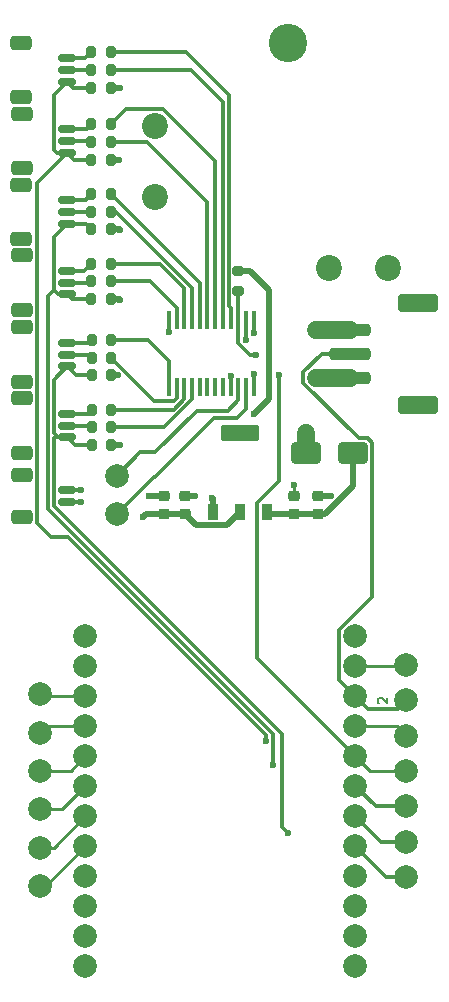
<source format=gbr>
%TF.GenerationSoftware,KiCad,Pcbnew,9.0.4*%
%TF.CreationDate,2025-08-31T21:44:58-07:00*%
%TF.ProjectId,motion-play-v4,6d6f7469-6f6e-42d7-906c-61792d76342e,rev?*%
%TF.SameCoordinates,Original*%
%TF.FileFunction,Copper,L1,Top*%
%TF.FilePolarity,Positive*%
%FSLAX46Y46*%
G04 Gerber Fmt 4.6, Leading zero omitted, Abs format (unit mm)*
G04 Created by KiCad (PCBNEW 9.0.4) date 2025-08-31 21:44:58*
%MOMM*%
%LPD*%
G01*
G04 APERTURE LIST*
G04 Aperture macros list*
%AMRoundRect*
0 Rectangle with rounded corners*
0 $1 Rounding radius*
0 $2 $3 $4 $5 $6 $7 $8 $9 X,Y pos of 4 corners*
0 Add a 4 corners polygon primitive as box body*
4,1,4,$2,$3,$4,$5,$6,$7,$8,$9,$2,$3,0*
0 Add four circle primitives for the rounded corners*
1,1,$1+$1,$2,$3*
1,1,$1+$1,$4,$5*
1,1,$1+$1,$6,$7*
1,1,$1+$1,$8,$9*
0 Add four rect primitives between the rounded corners*
20,1,$1+$1,$2,$3,$4,$5,0*
20,1,$1+$1,$4,$5,$6,$7,0*
20,1,$1+$1,$6,$7,$8,$9,0*
20,1,$1+$1,$8,$9,$2,$3,0*%
G04 Aperture macros list end*
%ADD10C,0.150000*%
%TA.AperFunction,NonConductor*%
%ADD11C,0.150000*%
%TD*%
%TA.AperFunction,SMDPad,CuDef*%
%ADD12RoundRect,0.150000X-0.625000X0.150000X-0.625000X-0.150000X0.625000X-0.150000X0.625000X0.150000X0*%
%TD*%
%TA.AperFunction,SMDPad,CuDef*%
%ADD13RoundRect,0.250000X-0.650000X0.350000X-0.650000X-0.350000X0.650000X-0.350000X0.650000X0.350000X0*%
%TD*%
%TA.AperFunction,SMDPad,CuDef*%
%ADD14RoundRect,0.200000X-0.200000X-0.275000X0.200000X-0.275000X0.200000X0.275000X-0.200000X0.275000X0*%
%TD*%
%TA.AperFunction,SMDPad,CuDef*%
%ADD15C,2.000000*%
%TD*%
%TA.AperFunction,SMDPad,CuDef*%
%ADD16RoundRect,0.225000X0.250000X-0.225000X0.250000X0.225000X-0.250000X0.225000X-0.250000X-0.225000X0*%
%TD*%
%TA.AperFunction,SMDPad,CuDef*%
%ADD17RoundRect,0.200000X0.200000X0.275000X-0.200000X0.275000X-0.200000X-0.275000X0.200000X-0.275000X0*%
%TD*%
%TA.AperFunction,ComponentPad*%
%ADD18C,2.000000*%
%TD*%
%TA.AperFunction,SMDPad,CuDef*%
%ADD19RoundRect,0.250000X1.000000X0.650000X-1.000000X0.650000X-1.000000X-0.650000X1.000000X-0.650000X0*%
%TD*%
%TA.AperFunction,SMDPad,CuDef*%
%ADD20RoundRect,0.069750X0.395250X-0.585250X0.395250X0.585250X-0.395250X0.585250X-0.395250X-0.585250X0*%
%TD*%
%TA.AperFunction,SMDPad,CuDef*%
%ADD21RoundRect,0.098250X1.521750X-0.556750X1.521750X0.556750X-1.521750X0.556750X-1.521750X-0.556750X0*%
%TD*%
%TA.AperFunction,SMDPad,CuDef*%
%ADD22RoundRect,0.200000X0.275000X-0.200000X0.275000X0.200000X-0.275000X0.200000X-0.275000X-0.200000X0*%
%TD*%
%TA.AperFunction,WasherPad*%
%ADD23C,3.250000*%
%TD*%
%TA.AperFunction,ComponentPad*%
%ADD24C,2.200000*%
%TD*%
%TA.AperFunction,SMDPad,CuDef*%
%ADD25RoundRect,0.051250X-0.153750X0.733750X-0.153750X-0.733750X0.153750X-0.733750X0.153750X0.733750X0*%
%TD*%
%TA.AperFunction,SMDPad,CuDef*%
%ADD26RoundRect,0.250000X1.500000X-0.250000X1.500000X0.250000X-1.500000X0.250000X-1.500000X-0.250000X0*%
%TD*%
%TA.AperFunction,SMDPad,CuDef*%
%ADD27RoundRect,0.250001X1.449999X-0.499999X1.449999X0.499999X-1.449999X0.499999X-1.449999X-0.499999X0*%
%TD*%
%TA.AperFunction,ViaPad*%
%ADD28C,0.600000*%
%TD*%
%TA.AperFunction,Conductor*%
%ADD29C,0.300000*%
%TD*%
%TA.AperFunction,Conductor*%
%ADD30C,0.500000*%
%TD*%
%TA.AperFunction,Conductor*%
%ADD31C,0.250000*%
%TD*%
%TA.AperFunction,Conductor*%
%ADD32C,1.500000*%
%TD*%
G04 APERTURE END LIST*
D10*
D11*
X166670485Y-117748935D02*
X166632390Y-117710839D01*
X166632390Y-117710839D02*
X166594295Y-117634649D01*
X166594295Y-117634649D02*
X166594295Y-117444173D01*
X166594295Y-117444173D02*
X166632390Y-117367982D01*
X166632390Y-117367982D02*
X166670485Y-117329887D01*
X166670485Y-117329887D02*
X166746676Y-117291792D01*
X166746676Y-117291792D02*
X166822866Y-117291792D01*
X166822866Y-117291792D02*
X166937152Y-117329887D01*
X166937152Y-117329887D02*
X167394295Y-117787030D01*
X167394295Y-117787030D02*
X167394295Y-117291792D01*
D12*
%TO.P,J10,1,Pin_1*%
%TO.N,/+3.3V*%
X140312500Y-99700000D03*
%TO.P,J10,2,Pin_2*%
%TO.N,/GND*%
X140312500Y-100700000D03*
D13*
%TO.P,J10,MP*%
%TO.N,N/C*%
X136437500Y-98400000D03*
X136437500Y-102000000D03*
%TD*%
D14*
%TO.P,R17,1*%
%TO.N,Net-(J7-Pin_2)*%
X142350000Y-82050000D03*
%TO.P,R17,2*%
%TO.N,Net-(U3-SC3)*%
X144000000Y-82050000D03*
%TD*%
%TO.P,R11,1*%
%TO.N,Net-(J4-Pin_2)*%
X142325000Y-64150000D03*
%TO.P,R11,2*%
%TO.N,Net-(U3-SC0)*%
X143975000Y-64150000D03*
%TD*%
%TO.P,R15,1*%
%TO.N,Net-(J6-Pin_2)*%
X142350000Y-76150000D03*
%TO.P,R15,2*%
%TO.N,Net-(U3-SC2)*%
X144000000Y-76150000D03*
%TD*%
D15*
%TO.P,SDA,1,1*%
%TO.N,Net-(U3-SDA)*%
X144500000Y-101750000D03*
%TD*%
D16*
%TO.P,C2,1*%
%TO.N,/+3.3V*%
X148497500Y-101775000D03*
%TO.P,C2,2*%
%TO.N,/GND*%
X148497500Y-100225000D03*
%TD*%
D12*
%TO.P,J4,1,Pin_1*%
%TO.N,Net-(J4-Pin_1)*%
X140287500Y-63150000D03*
%TO.P,J4,2,Pin_2*%
%TO.N,Net-(J4-Pin_2)*%
X140287500Y-64150000D03*
%TO.P,J4,3,Pin_3*%
%TO.N,Net-(J4-Pin_3)*%
X140287500Y-65150000D03*
D13*
%TO.P,J4,MP*%
%TO.N,N/C*%
X136412500Y-61850000D03*
X136412500Y-66450000D03*
%TD*%
D14*
%TO.P,R19,1*%
%TO.N,Net-(J8-Pin_2)*%
X142375000Y-88500000D03*
%TO.P,R19,2*%
%TO.N,Net-(U3-SC4)*%
X144025000Y-88500000D03*
%TD*%
D17*
%TO.P,R3,1*%
%TO.N,/+3.3V*%
X143975000Y-65650000D03*
%TO.P,R3,2*%
%TO.N,Net-(J4-Pin_3)*%
X142325000Y-65650000D03*
%TD*%
D14*
%TO.P,R12,1*%
%TO.N,Net-(J5-Pin_1)*%
X142350000Y-68750000D03*
%TO.P,R12,2*%
%TO.N,Net-(U3-SD1)*%
X144000000Y-68750000D03*
%TD*%
D15*
%TO.P,2,1,1*%
%TO.N,Net-(J3-Pin_2)*%
X169000000Y-117500000D03*
%TD*%
%TO.P,17,1,1*%
%TO.N,Net-(U2-17)*%
X138000000Y-126750000D03*
%TD*%
D14*
%TO.P,R16,1*%
%TO.N,Net-(J7-Pin_1)*%
X142350000Y-80550000D03*
%TO.P,R16,2*%
%TO.N,Net-(U3-SD3)*%
X144000000Y-80550000D03*
%TD*%
D16*
%TO.P,C1,1*%
%TO.N,Net-(D1-K)*%
X159497500Y-101775000D03*
%TO.P,C1,2*%
%TO.N,/GND*%
X159497500Y-100225000D03*
%TD*%
D15*
%TO.P,12,1,1*%
%TO.N,Net-(J6-Pin_3)*%
X169000000Y-129500000D03*
%TD*%
D17*
%TO.P,R7,1*%
%TO.N,/+3.3V*%
X144000000Y-83550000D03*
%TO.P,R7,2*%
%TO.N,Net-(J6-Pin_3)*%
X142350000Y-83550000D03*
%TD*%
D18*
%TO.P,U2,1,3v*%
%TO.N,Net-(3V2-Pad1)*%
X164700000Y-112100000D03*
%TO.P,U2,2,1*%
%TO.N,Net-(U2-1)*%
X164700000Y-114640000D03*
%TO.P,U2,3,2*%
%TO.N,Net-(J3-Pin_2)*%
X164700000Y-117180000D03*
%TO.P,U2,4,3*%
%TO.N,Net-(U2-3)*%
X164700000Y-119720000D03*
%TO.P,U2,5,10*%
%TO.N,Net-(U2-10)*%
X164700000Y-122260000D03*
%TO.P,U2,6,11*%
%TO.N,Net-(J4-Pin_3)*%
X164700000Y-124800000D03*
%TO.P,U2,7,12*%
%TO.N,Net-(J6-Pin_3)*%
X164700000Y-127340000D03*
%TO.P,U2,8,13*%
%TO.N,Net-(J8-Pin_3)*%
X164700000Y-129880000D03*
%TO.P,U2,9,NC*%
%TO.N,unconnected-(U2-NC-Pad9)*%
X164700000Y-132420000D03*
%TO.P,U2,10,NC*%
%TO.N,unconnected-(U2-NC-Pad10)*%
X164700000Y-134960000D03*
%TO.P,U2,11,GND*%
%TO.N,/GND*%
X164700000Y-137500000D03*
%TO.P,U2,12,5V*%
%TO.N,/+5V*%
X164700000Y-140040000D03*
%TO.P,U2,13,GND*%
%TO.N,/GND*%
X141838136Y-112100000D03*
%TO.P,U2,14,GND*%
X141838136Y-114640000D03*
%TO.P,U2,15,43*%
%TO.N,/SDA*%
X141838136Y-117180000D03*
%TO.P,U2,16,44*%
%TO.N,/SCL*%
X141838136Y-119720000D03*
%TO.P,U2,17,18*%
%TO.N,Net-(U2-18)*%
X141838136Y-122260000D03*
%TO.P,U2,18,17*%
%TO.N,Net-(U2-17)*%
X141838136Y-124800000D03*
%TO.P,U2,19,21*%
%TO.N,Net-(U2-21)*%
X141838136Y-127340000D03*
%TO.P,U2,20,16*%
%TO.N,Net-(U2-16)*%
X141838136Y-129880000D03*
%TO.P,U2,21,NC*%
%TO.N,unconnected-(U2-NC-Pad21)*%
X141838136Y-132420000D03*
%TO.P,U2,22,GND*%
%TO.N,/GND*%
X141838136Y-134960000D03*
%TO.P,U2,23,GND*%
X141838136Y-137500000D03*
%TO.P,U2,24,3v*%
%TO.N,Net-(3V1-Pad1)*%
X141838136Y-140040000D03*
%TD*%
D12*
%TO.P,J6,1,Pin_1*%
%TO.N,Net-(J6-Pin_1)*%
X140287500Y-75150000D03*
%TO.P,J6,2,Pin_2*%
%TO.N,Net-(J6-Pin_2)*%
X140287500Y-76150000D03*
%TO.P,J6,3,Pin_3*%
%TO.N,Net-(J6-Pin_3)*%
X140287500Y-77150000D03*
D13*
%TO.P,J6,MP*%
%TO.N,N/C*%
X136412500Y-73850000D03*
X136412500Y-78450000D03*
%TD*%
D14*
%TO.P,R21,1*%
%TO.N,Net-(J9-Pin_2)*%
X142375000Y-94400000D03*
%TO.P,R21,2*%
%TO.N,Net-(U3-SC5)*%
X144025000Y-94400000D03*
%TD*%
D17*
%TO.P,R4,1*%
%TO.N,/+3.3V*%
X144000000Y-71750000D03*
%TO.P,R4,2*%
%TO.N,Net-(J4-Pin_3)*%
X142350000Y-71750000D03*
%TD*%
%TO.P,R5,1*%
%TO.N,/+3.3V*%
X144000000Y-77650000D03*
%TO.P,R5,2*%
%TO.N,Net-(J6-Pin_3)*%
X142350000Y-77650000D03*
%TD*%
D15*
%TO.P,1,1,1*%
%TO.N,Net-(U2-1)*%
X169000000Y-114500000D03*
%TD*%
D19*
%TO.P,D1,1,K*%
%TO.N,Net-(D1-K)*%
X164497500Y-96600000D03*
%TO.P,D1,2,A*%
%TO.N,/+5V*%
X160497500Y-96600000D03*
%TD*%
D12*
%TO.P,J5,1,Pin_1*%
%TO.N,Net-(J5-Pin_1)*%
X140312500Y-69150000D03*
%TO.P,J5,2,Pin_2*%
%TO.N,Net-(J5-Pin_2)*%
X140312500Y-70150000D03*
%TO.P,J5,3,Pin_3*%
%TO.N,Net-(J4-Pin_3)*%
X140312500Y-71150000D03*
D13*
%TO.P,J5,MP*%
%TO.N,N/C*%
X136437500Y-67850000D03*
X136437500Y-72450000D03*
%TD*%
D15*
%TO.P,13,1,1*%
%TO.N,Net-(J8-Pin_3)*%
X169000000Y-132500000D03*
%TD*%
D14*
%TO.P,R14,1*%
%TO.N,Net-(J6-Pin_1)*%
X142350000Y-74650000D03*
%TO.P,R14,2*%
%TO.N,Net-(U3-SD2)*%
X144000000Y-74650000D03*
%TD*%
%TO.P,R18,1*%
%TO.N,Net-(J8-Pin_1)*%
X142375000Y-87000000D03*
%TO.P,R18,2*%
%TO.N,Net-(U3-SD4)*%
X144025000Y-87000000D03*
%TD*%
D15*
%TO.P,3,1,1*%
%TO.N,Net-(U2-3)*%
X169000000Y-120500000D03*
%TD*%
%TO.P,16,1,1*%
%TO.N,Net-(U2-16)*%
X138000000Y-133250000D03*
%TD*%
D14*
%TO.P,R13,1*%
%TO.N,Net-(J5-Pin_2)*%
X142350000Y-70250000D03*
%TO.P,R13,2*%
%TO.N,Net-(U3-SC1)*%
X144000000Y-70250000D03*
%TD*%
D15*
%TO.P,21,1,1*%
%TO.N,Net-(U2-21)*%
X138000000Y-130000000D03*
%TD*%
%TO.P,10,1,1*%
%TO.N,Net-(U2-10)*%
X169000000Y-123500000D03*
%TD*%
D20*
%TO.P,U4,1,GND/ADJ*%
%TO.N,/GND*%
X152607500Y-101582500D03*
%TO.P,U4,2,VOUT*%
%TO.N,/+3.3V*%
X154897500Y-101582500D03*
%TO.P,U4,3,VIN*%
%TO.N,Net-(D1-K)*%
X157187500Y-101582500D03*
D21*
%TO.P,U4,4*%
%TO.N,N/C*%
X154897500Y-94892500D03*
%TD*%
D22*
%TO.P,R6,1*%
%TO.N,Net-(U2-10)*%
X154800000Y-82825000D03*
%TO.P,R6,2*%
%TO.N,/+3.3V*%
X154800000Y-81175000D03*
%TD*%
D23*
%TO.P,J2,*%
%TO.N,*%
X158997500Y-61887500D03*
D24*
%TO.P,J2,1,GND*%
%TO.N,/GND*%
X167497500Y-80887500D03*
%TO.P,J2,2,5V*%
%TO.N,/+5V*%
X162497500Y-80887500D03*
%TO.P,J2,5V*%
%TO.N,N/C*%
X147747500Y-74887500D03*
%TO.P,J2,GND*%
X147747500Y-68887500D03*
%TD*%
D15*
%TO.P,43,1,1*%
%TO.N,/SDA*%
X138000000Y-117000000D03*
%TD*%
%TO.P,44,1,1*%
%TO.N,/SCL*%
X138000000Y-120250000D03*
%TD*%
D12*
%TO.P,J8,1,Pin_1*%
%TO.N,Net-(J8-Pin_1)*%
X140312500Y-87250000D03*
%TO.P,J8,2,Pin_2*%
%TO.N,Net-(J8-Pin_2)*%
X140312500Y-88250000D03*
%TO.P,J8,3,Pin_3*%
%TO.N,Net-(J8-Pin_3)*%
X140312500Y-89250000D03*
D13*
%TO.P,J8,MP*%
%TO.N,N/C*%
X136437500Y-85950000D03*
X136437500Y-90550000D03*
%TD*%
D12*
%TO.P,J9,1,Pin_1*%
%TO.N,Net-(J9-Pin_1)*%
X140312500Y-93250000D03*
%TO.P,J9,2,Pin_2*%
%TO.N,Net-(J9-Pin_2)*%
X140312500Y-94250000D03*
%TO.P,J9,3,Pin_3*%
%TO.N,Net-(J8-Pin_3)*%
X140312500Y-95250000D03*
D13*
%TO.P,J9,MP*%
%TO.N,N/C*%
X136437500Y-91950000D03*
X136437500Y-96550000D03*
%TD*%
D25*
%TO.P,U3,1,A0*%
%TO.N,/GND*%
X156075000Y-85285000D03*
%TO.P,U3,2,A1*%
X155425000Y-85285000D03*
%TO.P,U3,3,~{RESET}*%
%TO.N,Net-(U2-10)*%
X154775000Y-85285000D03*
%TO.P,U3,4,SD0*%
%TO.N,Net-(U3-SD0)*%
X154125000Y-85285000D03*
%TO.P,U3,5,SC0*%
%TO.N,Net-(U3-SC0)*%
X153475000Y-85285000D03*
%TO.P,U3,6,SD1*%
%TO.N,Net-(U3-SD1)*%
X152825000Y-85285000D03*
%TO.P,U3,7,SC1*%
%TO.N,Net-(U3-SC1)*%
X152175000Y-85285000D03*
%TO.P,U3,8,SD2*%
%TO.N,Net-(U3-SD2)*%
X151525000Y-85285000D03*
%TO.P,U3,9,SC2*%
%TO.N,Net-(U3-SC2)*%
X150875000Y-85285000D03*
%TO.P,U3,10,SD3*%
%TO.N,Net-(U3-SD3)*%
X150225000Y-85285000D03*
%TO.P,U3,11,SC3*%
%TO.N,Net-(U3-SC3)*%
X149575000Y-85285000D03*
%TO.P,U3,12,GND*%
%TO.N,/GND*%
X148925000Y-85285000D03*
%TO.P,U3,13,SD4*%
%TO.N,Net-(U3-SD4)*%
X148925000Y-91025000D03*
%TO.P,U3,14,SC4*%
%TO.N,Net-(U3-SC4)*%
X149575000Y-91025000D03*
%TO.P,U3,15,SD5*%
%TO.N,Net-(U3-SD5)*%
X150225000Y-91025000D03*
%TO.P,U3,16,SC5*%
%TO.N,Net-(U3-SC5)*%
X150875000Y-91025000D03*
%TO.P,U3,17,SD6*%
%TO.N,unconnected-(U3-SD6-Pad17)*%
X151525000Y-91025000D03*
%TO.P,U3,18,SC6*%
%TO.N,unconnected-(U3-SC6-Pad18)*%
X152175000Y-91025000D03*
%TO.P,U3,19,SD7*%
%TO.N,unconnected-(U3-SD7-Pad19)*%
X152825000Y-91025000D03*
%TO.P,U3,20,SC7*%
%TO.N,unconnected-(U3-SC7-Pad20)*%
X153475000Y-91025000D03*
%TO.P,U3,21,A2*%
%TO.N,/GND*%
X154125000Y-91025000D03*
%TO.P,U3,22,SCL*%
%TO.N,Net-(U3-SCL)*%
X154775000Y-91025000D03*
%TO.P,U3,23,SDA*%
%TO.N,Net-(U3-SDA)*%
X155425000Y-91025000D03*
%TO.P,U3,24,VCC*%
%TO.N,/+3.3V*%
X156075000Y-91025000D03*
%TD*%
D15*
%TO.P,11,1,1*%
%TO.N,Net-(J4-Pin_3)*%
X169000000Y-126500000D03*
%TD*%
D14*
%TO.P,R20,1*%
%TO.N,Net-(J9-Pin_1)*%
X142375000Y-92900000D03*
%TO.P,R20,2*%
%TO.N,Net-(U3-SD5)*%
X144025000Y-92900000D03*
%TD*%
%TO.P,R10,1*%
%TO.N,Net-(J4-Pin_1)*%
X142325000Y-62650000D03*
%TO.P,R10,2*%
%TO.N,Net-(U3-SD0)*%
X143975000Y-62650000D03*
%TD*%
D16*
%TO.P,C3,1*%
%TO.N,Net-(D1-K)*%
X161497500Y-101775000D03*
%TO.P,C3,2*%
%TO.N,/GND*%
X161497500Y-100225000D03*
%TD*%
D17*
%TO.P,R8,1*%
%TO.N,/+3.3V*%
X144025000Y-90000000D03*
%TO.P,R8,2*%
%TO.N,Net-(J8-Pin_3)*%
X142375000Y-90000000D03*
%TD*%
D26*
%TO.P,J3,31,Pin_1*%
%TO.N,/+5V*%
X164247500Y-90200000D03*
%TO.P,J3,32,Pin_2*%
%TO.N,Net-(J3-Pin_2)*%
X164247500Y-88200000D03*
%TO.P,J3,33,Pin_3*%
%TO.N,/GND*%
X164247500Y-86200000D03*
D27*
%TO.P,J3,MP*%
%TO.N,N/C*%
X169997500Y-92550000D03*
X169997500Y-83850000D03*
%TD*%
D12*
%TO.P,J7,1,Pin_1*%
%TO.N,Net-(J7-Pin_1)*%
X140312500Y-81150000D03*
%TO.P,J7,2,Pin_2*%
%TO.N,Net-(J7-Pin_2)*%
X140312500Y-82150000D03*
%TO.P,J7,3,Pin_3*%
%TO.N,Net-(J6-Pin_3)*%
X140312500Y-83150000D03*
D13*
%TO.P,J7,MP*%
%TO.N,N/C*%
X136437500Y-79850000D03*
X136437500Y-84450000D03*
%TD*%
D15*
%TO.P,18,1,1*%
%TO.N,Net-(U2-18)*%
X138000000Y-123500000D03*
%TD*%
%TO.P,SCL,1,1*%
%TO.N,Net-(U3-SCL)*%
X144500000Y-98500000D03*
%TD*%
D16*
%TO.P,C4,1*%
%TO.N,/+3.3V*%
X150297500Y-101775000D03*
%TO.P,C4,2*%
%TO.N,/GND*%
X150297500Y-100225000D03*
%TD*%
D17*
%TO.P,R9,1*%
%TO.N,/+3.3V*%
X144025000Y-95900000D03*
%TO.P,R9,2*%
%TO.N,Net-(J8-Pin_3)*%
X142375000Y-95900000D03*
%TD*%
D28*
%TO.N,/+3.3V*%
X144800000Y-83600000D03*
X146750000Y-102000000D03*
X156100000Y-93300000D03*
X144600000Y-90000000D03*
X156075000Y-89922500D03*
X144800000Y-95900000D03*
X144700000Y-71800000D03*
X144800000Y-65700000D03*
X144800000Y-77700000D03*
X141500000Y-99700000D03*
%TO.N,/GND*%
X147197500Y-100200000D03*
X154125001Y-90049173D03*
X152597500Y-100400000D03*
X151097500Y-100200000D03*
X148875000Y-86322500D03*
X161400000Y-86200000D03*
X159500000Y-99250000D03*
X156075000Y-86422500D03*
X155475000Y-87022500D03*
X162597500Y-100200000D03*
X141500000Y-100700000D03*
%TO.N,/+5V*%
X161397500Y-90200000D03*
X160497500Y-94900000D03*
%TO.N,Net-(J4-Pin_3)*%
X157100000Y-121000000D03*
%TO.N,Net-(J6-Pin_3)*%
X157750000Y-123000000D03*
%TO.N,Net-(J8-Pin_3)*%
X159000000Y-128750000D03*
%TO.N,Net-(U2-10)*%
X156250000Y-88250000D03*
X158250000Y-90000000D03*
%TD*%
D29*
%TO.N,Net-(U3-SCL)*%
X154775000Y-92125000D02*
X153900000Y-93000000D01*
X154775000Y-91025000D02*
X154775000Y-92125000D01*
X153900000Y-93000000D02*
X151250000Y-93000000D01*
X146500000Y-96500000D02*
X144500000Y-98500000D01*
X151250000Y-93000000D02*
X147750000Y-96500000D01*
X147750000Y-96500000D02*
X146500000Y-96500000D01*
D30*
%TO.N,Net-(D1-K)*%
X164497500Y-99360661D02*
X164497500Y-96600000D01*
X157380000Y-101775000D02*
X157187500Y-101582500D01*
X159497500Y-101775000D02*
X157380000Y-101775000D01*
X162083161Y-101775000D02*
X164497500Y-99360661D01*
X161497500Y-101775000D02*
X159497500Y-101775000D01*
X161497500Y-101775000D02*
X162083161Y-101775000D01*
D29*
%TO.N,Net-(U3-SDA)*%
X152700000Y-93600000D02*
X147703553Y-98596447D01*
X147653553Y-98596447D02*
X144500000Y-101750000D01*
X147703553Y-98596447D02*
X147653553Y-98596447D01*
X155425000Y-92875000D02*
X155425000Y-91025000D01*
X152700000Y-93600000D02*
X154700000Y-93600000D01*
X154700000Y-93600000D02*
X155425000Y-92875000D01*
D30*
%TO.N,/+3.3V*%
X144000000Y-71750000D02*
X144650000Y-71750000D01*
X154800000Y-81175000D02*
X155775000Y-81175000D01*
D29*
X156075000Y-91025000D02*
X156075000Y-89922500D01*
D30*
X144650000Y-71750000D02*
X144700000Y-71800000D01*
X144025000Y-95900000D02*
X144800000Y-95900000D01*
X144750000Y-83550000D02*
X144800000Y-83600000D01*
X155775000Y-81175000D02*
X157400000Y-82800000D01*
X144750000Y-65650000D02*
X144800000Y-65700000D01*
X157400000Y-82800000D02*
X157400000Y-92000000D01*
X157400000Y-92000000D02*
X156100000Y-93300000D01*
X150297500Y-101775000D02*
X148497500Y-101775000D01*
X146975000Y-101775000D02*
X146750000Y-102000000D01*
X148497500Y-101775000D02*
X146975000Y-101775000D01*
D29*
X140312500Y-99700000D02*
X141500000Y-99700000D01*
D30*
X143975000Y-65650000D02*
X144750000Y-65650000D01*
X151210000Y-102687500D02*
X150297500Y-101775000D01*
X144750000Y-77650000D02*
X144800000Y-77700000D01*
X153792500Y-102687500D02*
X151210000Y-102687500D01*
X144000000Y-77650000D02*
X144750000Y-77650000D01*
X154897500Y-101582500D02*
X153792500Y-102687500D01*
X144025000Y-90000000D02*
X144600000Y-90000000D01*
X144000000Y-83550000D02*
X144750000Y-83550000D01*
%TO.N,/GND*%
X147222500Y-100225000D02*
X147197500Y-100200000D01*
D31*
X159497500Y-99252500D02*
X159500000Y-99250000D01*
D30*
X152607500Y-101582500D02*
X152607500Y-100410000D01*
X150297500Y-100225000D02*
X151072500Y-100225000D01*
D29*
X148925000Y-86272500D02*
X148875000Y-86322500D01*
X155425000Y-85285000D02*
X155425000Y-86972500D01*
X140312500Y-100700000D02*
X141500000Y-100700000D01*
X155425000Y-86972500D02*
X155475000Y-87022500D01*
X148925000Y-85285000D02*
X148925000Y-86272500D01*
D30*
X161497500Y-100225000D02*
X162572500Y-100225000D01*
D32*
X164247500Y-86200000D02*
X161400000Y-86200000D01*
D30*
X162572500Y-100225000D02*
X162597500Y-100200000D01*
D29*
X156075000Y-85285000D02*
X156075000Y-86422500D01*
D31*
X159497500Y-100225000D02*
X159497500Y-99252500D01*
D29*
X154125000Y-91025000D02*
X154125001Y-90049173D01*
D30*
X151072500Y-100225000D02*
X151097500Y-100200000D01*
X148497500Y-100225000D02*
X147222500Y-100225000D01*
X152607500Y-100410000D02*
X152597500Y-100400000D01*
D32*
%TO.N,/+5V*%
X164247500Y-90200000D02*
X161397500Y-90200000D01*
X160497500Y-96600000D02*
X160497500Y-94900000D01*
D29*
%TO.N,Net-(J4-Pin_1)*%
X141825000Y-63150000D02*
X142325000Y-62650000D01*
X140287500Y-63150000D02*
X141825000Y-63150000D01*
%TO.N,Net-(J4-Pin_2)*%
X140287500Y-64150000D02*
X142325000Y-64150000D01*
%TO.N,Net-(J4-Pin_3)*%
X140912500Y-71750000D02*
X140312500Y-71150000D01*
X142350000Y-71750000D02*
X140912500Y-71750000D01*
X140787500Y-65650000D02*
X140287500Y-65150000D01*
X138920654Y-103670654D02*
X140341307Y-103670654D01*
X140341307Y-103670654D02*
X157100000Y-120429346D01*
X139186500Y-66251000D02*
X139186500Y-70936500D01*
X139400000Y-71150000D02*
X140312500Y-71150000D01*
X139186500Y-70936500D02*
X139400000Y-71150000D01*
X140287500Y-65150000D02*
X139186500Y-66251000D01*
X142325000Y-65650000D02*
X140787500Y-65650000D01*
X137750000Y-73712500D02*
X137750000Y-102500000D01*
X140312500Y-71150000D02*
X137750000Y-73712500D01*
X157100000Y-120429346D02*
X157100000Y-121000000D01*
X164700000Y-124800000D02*
X166400000Y-126500000D01*
X137750000Y-102500000D02*
X138920654Y-103670654D01*
X166400000Y-126500000D02*
X169000000Y-126500000D01*
%TO.N,Net-(J5-Pin_1)*%
X140312500Y-69150000D02*
X141950000Y-69150000D01*
X141950000Y-69150000D02*
X142350000Y-68750000D01*
%TO.N,Net-(J5-Pin_2)*%
X140312500Y-70150000D02*
X142250000Y-70150000D01*
X142250000Y-70150000D02*
X142350000Y-70250000D01*
%TO.N,Net-(J6-Pin_2)*%
X140287500Y-76150000D02*
X142350000Y-76150000D01*
%TO.N,Net-(J6-Pin_3)*%
X138685500Y-101306326D02*
X157750000Y-120370825D01*
X139537501Y-83150000D02*
X140312500Y-83150000D01*
X142350000Y-83550000D02*
X140712500Y-83550000D01*
X139186500Y-78251000D02*
X139186500Y-82798999D01*
X140287500Y-77150000D02*
X139186500Y-78251000D01*
X140287500Y-77150000D02*
X141850000Y-77150000D01*
X139186500Y-82798999D02*
X138685500Y-83299999D01*
X140712500Y-83550000D02*
X140312500Y-83150000D01*
X164700000Y-127340000D02*
X166860000Y-129500000D01*
X166860000Y-129500000D02*
X169000000Y-129500000D01*
X141850000Y-77150000D02*
X142350000Y-77650000D01*
X139186500Y-82798999D02*
X139537501Y-83150000D01*
X157750000Y-120370825D02*
X157750000Y-123000000D01*
X138685500Y-83299999D02*
X138685500Y-101306326D01*
%TO.N,Net-(J6-Pin_1)*%
X140287500Y-75150000D02*
X141850000Y-75150000D01*
X141850000Y-75150000D02*
X142350000Y-74650000D01*
%TO.N,Net-(J7-Pin_1)*%
X140312500Y-81150000D02*
X141750000Y-81150000D01*
X141750000Y-81150000D02*
X142350000Y-80550000D01*
%TO.N,Net-(J7-Pin_2)*%
X140312500Y-82150000D02*
X142250000Y-82150000D01*
X142250000Y-82150000D02*
X142350000Y-82050000D01*
%TO.N,Net-(J8-Pin_3)*%
X139186500Y-94898999D02*
X139393751Y-95106249D01*
X139186500Y-90376000D02*
X139186500Y-94898999D01*
X164700000Y-129880000D02*
X167320000Y-132500000D01*
X139537501Y-95250000D02*
X140312500Y-95250000D01*
X139393751Y-95106249D02*
X139537501Y-95250000D01*
X140962500Y-95900000D02*
X140312500Y-95250000D01*
X139186500Y-101061678D02*
X158500000Y-120375178D01*
X142375000Y-90000000D02*
X141062500Y-90000000D01*
X158500000Y-128250000D02*
X159000000Y-128750000D01*
X141062500Y-90000000D02*
X140312500Y-89250000D01*
X139186500Y-95313500D02*
X139186500Y-101061678D01*
X142375000Y-95900000D02*
X140962500Y-95900000D01*
X158500000Y-120375178D02*
X158500000Y-128250000D01*
X139393751Y-95106249D02*
X139186500Y-95313500D01*
X140312500Y-89250000D02*
X139186500Y-90376000D01*
X167320000Y-132500000D02*
X169000000Y-132500000D01*
%TO.N,Net-(J8-Pin_1)*%
X140312500Y-87250000D02*
X142125000Y-87250000D01*
X142125000Y-87250000D02*
X142375000Y-87000000D01*
%TO.N,Net-(J8-Pin_2)*%
X140312500Y-88250000D02*
X142125000Y-88250000D01*
X142125000Y-88250000D02*
X142375000Y-88500000D01*
%TO.N,Net-(J9-Pin_2)*%
X142225000Y-94250000D02*
X142375000Y-94400000D01*
X140312500Y-94250000D02*
X142225000Y-94250000D01*
%TO.N,Net-(J9-Pin_1)*%
X140312500Y-93250000D02*
X142025000Y-93250000D01*
X142025000Y-93250000D02*
X142375000Y-92900000D01*
D31*
%TO.N,/SDA*%
X141838136Y-117180000D02*
X138180000Y-117180000D01*
X138180000Y-117180000D02*
X138000000Y-117000000D01*
%TO.N,/SCL*%
X141838136Y-119720000D02*
X138530000Y-119720000D01*
X138530000Y-119720000D02*
X138000000Y-120250000D01*
D29*
%TO.N,Net-(U2-10)*%
X154775000Y-87275000D02*
X155750000Y-88250000D01*
X154800000Y-85260000D02*
X154775000Y-85285000D01*
X156371500Y-100821036D02*
X156371500Y-113931500D01*
X158250000Y-98942536D02*
X156371500Y-100821036D01*
D31*
X165940000Y-123500000D02*
X169000000Y-123500000D01*
D29*
X155750000Y-88250000D02*
X156250000Y-88250000D01*
X156371500Y-113931500D02*
X164700000Y-122260000D01*
X154800000Y-82825000D02*
X154800000Y-85260000D01*
D31*
X164700000Y-122260000D02*
X165940000Y-123500000D01*
D29*
X158250000Y-90000000D02*
X158250000Y-98942536D01*
X154775000Y-85285000D02*
X154775000Y-87275000D01*
%TO.N,Net-(U3-SD0)*%
X154125000Y-84288626D02*
X154125000Y-85285000D01*
X150350000Y-62650000D02*
X153975000Y-66275000D01*
X153975000Y-84138626D02*
X154125000Y-84288626D01*
X153975000Y-66275000D02*
X153975000Y-84138626D01*
X143975000Y-62650000D02*
X150350000Y-62650000D01*
%TO.N,Net-(U3-SC0)*%
X153475000Y-66875000D02*
X153475000Y-85285000D01*
X150750000Y-64150000D02*
X153475000Y-66875000D01*
X143975000Y-64150000D02*
X150750000Y-64150000D01*
%TO.N,Net-(U3-SD1)*%
X144000000Y-68750000D02*
X145312500Y-67437500D01*
X145312500Y-67437500D02*
X148437500Y-67437500D01*
X148437500Y-67437500D02*
X152825000Y-71825000D01*
X152825000Y-71825000D02*
X152825000Y-85285000D01*
%TO.N,Net-(U3-SC1)*%
X152175000Y-75365610D02*
X152175000Y-85285000D01*
X147059390Y-70250000D02*
X152175000Y-75365610D01*
X144000000Y-70250000D02*
X147059390Y-70250000D01*
%TO.N,Net-(U3-SD2)*%
X151525000Y-82175000D02*
X151525000Y-85285000D01*
X144000000Y-74650000D02*
X151525000Y-82175000D01*
%TO.N,Net-(U3-SC2)*%
X144450000Y-76150000D02*
X150875000Y-82575000D01*
X144000000Y-76150000D02*
X144450000Y-76150000D01*
X150875000Y-82575000D02*
X150875000Y-85285000D01*
%TO.N,Net-(U3-SD3)*%
X144000000Y-80550000D02*
X148142894Y-80550000D01*
X148142894Y-80550000D02*
X150225000Y-82632106D01*
X150225000Y-82632106D02*
X150225000Y-85285000D01*
%TO.N,Net-(U3-SC3)*%
X144000000Y-82050000D02*
X147336374Y-82050000D01*
X147336374Y-82050000D02*
X149575000Y-84288626D01*
X149575000Y-84288626D02*
X149575000Y-85285000D01*
%TO.N,Net-(U3-SD4)*%
X147100000Y-87000000D02*
X148900000Y-88800000D01*
X148925000Y-89125000D02*
X148925000Y-91025000D01*
X148900000Y-88800000D02*
X148900000Y-89100000D01*
X144025000Y-87000000D02*
X147100000Y-87000000D01*
X148900000Y-89100000D02*
X148925000Y-89125000D01*
%TO.N,Net-(U3-SC4)*%
X149575000Y-91925000D02*
X149575000Y-91025000D01*
X149340000Y-92160000D02*
X149575000Y-91925000D01*
X144025000Y-88500000D02*
X147685000Y-92160000D01*
X147685000Y-92160000D02*
X149340000Y-92160000D01*
%TO.N,Net-(U3-SD5)*%
X144025000Y-92900000D02*
X149307107Y-92900000D01*
X150225000Y-91982107D02*
X150225000Y-91025000D01*
X149307107Y-92900000D02*
X150225000Y-91982107D01*
%TO.N,Net-(U3-SC5)*%
X150875000Y-92039213D02*
X150875000Y-91025000D01*
X144025000Y-94400000D02*
X148514213Y-94400000D01*
X148514213Y-94400000D02*
X150875000Y-92039213D01*
D31*
%TO.N,Net-(U2-1)*%
X168860000Y-114640000D02*
X169000000Y-114500000D01*
X164700000Y-114640000D02*
X168860000Y-114640000D01*
%TO.N,Net-(U2-3)*%
X164700000Y-119720000D02*
X168220000Y-119720000D01*
X168220000Y-119720000D02*
X169000000Y-120500000D01*
%TO.N,Net-(U2-18)*%
X140598136Y-123500000D02*
X138000000Y-123500000D01*
X141838136Y-122260000D02*
X140598136Y-123500000D01*
%TO.N,Net-(U2-17)*%
X139888136Y-126750000D02*
X138000000Y-126750000D01*
X141838136Y-124800000D02*
X139888136Y-126750000D01*
%TO.N,Net-(U2-21)*%
X139178136Y-130000000D02*
X138000000Y-130000000D01*
X141838136Y-127340000D02*
X139178136Y-130000000D01*
%TO.N,Net-(U2-16)*%
X138468136Y-133250000D02*
X138000000Y-133250000D01*
X141838136Y-129880000D02*
X138468136Y-133250000D01*
D29*
%TO.N,Net-(J3-Pin_2)*%
X160297500Y-89744365D02*
X160297500Y-90655635D01*
X164700000Y-117180000D02*
X165738030Y-118218030D01*
X164247500Y-88200000D02*
X161841865Y-88200000D01*
X161841865Y-88200000D02*
X160297500Y-89744365D01*
X163300000Y-111590811D02*
X163300000Y-115780000D01*
X164991865Y-95350000D02*
X165752956Y-95350000D01*
X160297500Y-90655635D02*
X164991865Y-95350000D01*
X166100000Y-108790811D02*
X163300000Y-111590811D01*
X166100000Y-95697044D02*
X166100000Y-108790811D01*
X168281970Y-118218030D02*
X169000000Y-117500000D01*
X165738030Y-118218030D02*
X168281970Y-118218030D01*
X163300000Y-115780000D02*
X164700000Y-117180000D01*
X165752956Y-95350000D02*
X166100000Y-95697044D01*
%TD*%
M02*

</source>
